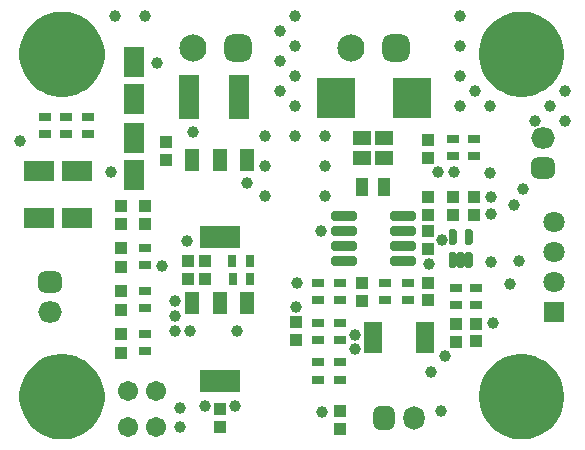
<source format=gts>
G04*
G04 #@! TF.GenerationSoftware,Altium Limited,Altium Designer,21.3.2 (30)*
G04*
G04 Layer_Color=8388736*
%FSTAX25Y25*%
%MOIN*%
G70*
G04*
G04 #@! TF.SameCoordinates,2120B266-B5FC-475A-9EAD-F7F6DF0CB4C0*
G04*
G04*
G04 #@! TF.FilePolarity,Negative*
G04*
G01*
G75*
%ADD35R,0.12611X0.13792*%
%ADD36C,0.06706*%
%ADD37R,0.13792X0.07296*%
%ADD38R,0.04540X0.07296*%
%ADD39R,0.03950X0.03950*%
%ADD40R,0.02965X0.04343*%
%ADD41R,0.06800X0.14800*%
%ADD42R,0.06902X0.10052*%
%ADD43R,0.04343X0.02965*%
%ADD44R,0.10052X0.06902*%
%ADD45R,0.03950X0.03950*%
G04:AMPARAMS|DCode=46|XSize=85.56mil|YSize=31.62mil|CornerRadius=6.95mil|HoleSize=0mil|Usage=FLASHONLY|Rotation=0.000|XOffset=0mil|YOffset=0mil|HoleType=Round|Shape=RoundedRectangle|*
%AMROUNDEDRECTD46*
21,1,0.08556,0.01772,0,0,0.0*
21,1,0.07165,0.03162,0,0,0.0*
1,1,0.01391,0.03583,-0.00886*
1,1,0.01391,-0.03583,-0.00886*
1,1,0.01391,-0.03583,0.00886*
1,1,0.01391,0.03583,0.00886*
%
%ADD46ROUNDEDRECTD46*%
%ADD47R,0.04343X0.05918*%
%ADD48R,0.05918X0.05131*%
G04:AMPARAMS|DCode=49|XSize=54.85mil|YSize=23.75mil|CornerRadius=5.97mil|HoleSize=0mil|Usage=FLASHONLY|Rotation=90.000|XOffset=0mil|YOffset=0mil|HoleType=Round|Shape=RoundedRectangle|*
%AMROUNDEDRECTD49*
21,1,0.05485,0.01181,0,0,90.0*
21,1,0.04291,0.02375,0,0,90.0*
1,1,0.01194,0.00591,0.02146*
1,1,0.01194,0.00591,-0.02146*
1,1,0.01194,-0.00591,-0.02146*
1,1,0.01194,-0.00591,0.02146*
%
%ADD49ROUNDEDRECTD49*%
%ADD50R,0.06312X0.02572*%
G04:AMPARAMS|DCode=51|XSize=90.68mil|YSize=90.68mil|CornerRadius=24.67mil|HoleSize=0mil|Usage=FLASHONLY|Rotation=180.000|XOffset=0mil|YOffset=0mil|HoleType=Round|Shape=RoundedRectangle|*
%AMROUNDEDRECTD51*
21,1,0.09068,0.04134,0,0,180.0*
21,1,0.04134,0.09068,0,0,180.0*
1,1,0.04934,-0.02067,0.02067*
1,1,0.04934,0.02067,0.02067*
1,1,0.04934,0.02067,-0.02067*
1,1,0.04934,-0.02067,-0.02067*
%
%ADD51ROUNDEDRECTD51*%
%ADD52C,0.09068*%
G04:AMPARAMS|DCode=53|XSize=78.87mil|YSize=70.99mil|CornerRadius=19.75mil|HoleSize=0mil|Usage=FLASHONLY|Rotation=0.000|XOffset=0mil|YOffset=0mil|HoleType=Round|Shape=RoundedRectangle|*
%AMROUNDEDRECTD53*
21,1,0.07887,0.03150,0,0,0.0*
21,1,0.03937,0.07099,0,0,0.0*
1,1,0.03950,0.01968,-0.01575*
1,1,0.03950,-0.01968,-0.01575*
1,1,0.03950,-0.01968,0.01575*
1,1,0.03950,0.01968,0.01575*
%
%ADD53ROUNDEDRECTD53*%
%ADD54O,0.07887X0.07099*%
%ADD55C,0.16548*%
%ADD56C,0.07099*%
%ADD57R,0.07099X0.07099*%
%ADD58O,0.07099X0.07887*%
G04:AMPARAMS|DCode=59|XSize=78.87mil|YSize=70.99mil|CornerRadius=19.75mil|HoleSize=0mil|Usage=FLASHONLY|Rotation=90.000|XOffset=0mil|YOffset=0mil|HoleType=Round|Shape=RoundedRectangle|*
%AMROUNDEDRECTD59*
21,1,0.07887,0.03150,0,0,90.0*
21,1,0.03937,0.07099,0,0,90.0*
1,1,0.03950,0.01575,0.01968*
1,1,0.03950,0.01575,-0.01968*
1,1,0.03950,-0.01575,-0.01968*
1,1,0.03950,-0.01575,0.01968*
%
%ADD59ROUNDEDRECTD59*%
%ADD60C,0.03950*%
%ADD61C,0.03398*%
G36*
X0241424Y0288042D02*
X0241424Y0287117D01*
X0241182Y0285284D01*
X0240704Y0283498D01*
X0239996Y0281789D01*
X0239071Y0280188D01*
X0237946Y0278721D01*
X0236638Y0277413D01*
X0235171Y0276287D01*
X0233569Y0275363D01*
X0231861Y0274655D01*
X0230075Y0274177D01*
X0228241Y0273935D01*
X0227317D01*
X0226383Y0273935D01*
X0224533Y0274178D01*
X022273Y0274661D01*
X0221006Y0275375D01*
X0219389Y0276308D01*
X0217908Y0277444D01*
X0216588Y0278764D01*
X0215452Y0280244D01*
X0214518Y028186D01*
X0213804Y0283584D01*
X0213321Y0285387D01*
X0213077Y0287238D01*
X0213077Y0288171D01*
X0213077Y0289099D01*
X0213319Y0290938D01*
X0213801Y029273D01*
X0214513Y0294443D01*
X0215443Y0296048D01*
X0216576Y0297518D01*
X0217891Y0298827D01*
X0219366Y0299952D01*
X0220975Y0300874D01*
X0222692Y0301578D01*
X0224486Y0302051D01*
X0226326Y0302286D01*
X0227254Y0302281D01*
X0228184Y0302277D01*
X0230028Y0302026D01*
X0231823Y0301537D01*
X023354Y0300818D01*
X0235148Y0299883D01*
X0236621Y0298745D01*
X0237934Y0297427D01*
X0239063Y0295948D01*
X0239991Y0294335D01*
X0240701Y0292615D01*
X0241181Y0290817D01*
X0241424Y0288972D01*
X0241424Y0288042D01*
D01*
D02*
G37*
G36*
Y0402207D02*
X0241424Y0401283D01*
X0241182Y0399449D01*
X0240704Y0397663D01*
X0239996Y0395955D01*
X0239071Y0394353D01*
X0237946Y0392886D01*
X0236638Y0391578D01*
X0235171Y0390453D01*
X0233569Y0389528D01*
X0231861Y038882D01*
X0230075Y0388342D01*
X0228241Y03881D01*
X0227317D01*
X0226383Y03881D01*
X0224533Y0388344D01*
X022273Y0388826D01*
X0221006Y038954D01*
X0219389Y0390473D01*
X0217908Y0391609D01*
X0216588Y0392929D01*
X0215452Y0394409D01*
X0214518Y0396026D01*
X0213804Y039775D01*
X0213321Y0399553D01*
X0213077Y0401403D01*
X0213077Y0402336D01*
X0213077Y0403264D01*
X0213319Y0405103D01*
X0213801Y0406895D01*
X0214513Y0408608D01*
X0215443Y0410213D01*
X0216576Y0411683D01*
X0217891Y0412992D01*
X0219366Y0414117D01*
X0220975Y041504D01*
X0222692Y0415744D01*
X0224486Y0416217D01*
X0226326Y0416451D01*
X0227254Y0416447D01*
X0228184Y0416442D01*
X0230028Y0416191D01*
X0231823Y0415702D01*
X023354Y0414984D01*
X0235148Y0414048D01*
X0236621Y0412911D01*
X0237934Y0411592D01*
X0239063Y0410113D01*
X0239991Y04085D01*
X0240701Y040678D01*
X0241181Y0404983D01*
X0241424Y0403138D01*
X0241424Y0402207D01*
D01*
D02*
G37*
G36*
X0394589Y0288042D02*
X0394589Y0287117D01*
X0394348Y0285284D01*
X0393869Y0283498D01*
X0393161Y0281789D01*
X0392237Y0280188D01*
X0391111Y0278721D01*
X0389803Y0277413D01*
X0388336Y0276287D01*
X0386735Y0275363D01*
X0385026Y0274655D01*
X038324Y0274177D01*
X0381407Y0273935D01*
X0380482D01*
X0379549Y0273935D01*
X0377698Y0274178D01*
X0375896Y0274661D01*
X0374171Y0275375D01*
X0372554Y0276308D01*
X0371074Y0277444D01*
X0369754Y0278764D01*
X0368617Y0280244D01*
X0367684Y028186D01*
X0366969Y0283584D01*
X0366486Y0285387D01*
X0366242Y0287238D01*
X0366242Y0288171D01*
X0366242Y0289099D01*
X0366485Y0290938D01*
X0366966Y029273D01*
X0367678Y0294443D01*
X0368608Y0296048D01*
X0369741Y0297518D01*
X0371056Y0298827D01*
X0372531Y0299952D01*
X0374141Y0300874D01*
X0375857Y0301578D01*
X0377651Y0302051D01*
X0379491Y0302286D01*
X0380419Y0302281D01*
X0381349Y0302277D01*
X0383193Y0302026D01*
X0384988Y0301537D01*
X0386705Y0300818D01*
X0388314Y0299883D01*
X0389787Y0298745D01*
X0391099Y0297427D01*
X0392229Y0295948D01*
X0393157Y0294335D01*
X0393867Y0292615D01*
X0394347Y0290817D01*
X0394589Y0288972D01*
X0394589Y0288042D01*
D01*
D02*
G37*
G36*
Y0402207D02*
X0394589Y0401283D01*
X0394348Y0399449D01*
X0393869Y0397663D01*
X0393161Y0395955D01*
X0392237Y0394353D01*
X0391111Y0392886D01*
X0389803Y0391578D01*
X0388336Y0390453D01*
X0386735Y0389528D01*
X0385026Y038882D01*
X038324Y0388342D01*
X0381407Y03881D01*
X0380482D01*
X0379549Y03881D01*
X0377698Y0388344D01*
X0375896Y0388826D01*
X0374171Y038954D01*
X0372554Y0390473D01*
X0371074Y0391609D01*
X0369754Y0392929D01*
X0368617Y0394409D01*
X0367684Y0396026D01*
X0366969Y039775D01*
X0366486Y0399553D01*
X0366242Y0401403D01*
X0366242Y0402336D01*
X0366242Y0403264D01*
X0366485Y0405103D01*
X0366966Y0406895D01*
X0367678Y0408608D01*
X0368608Y0410213D01*
X0369741Y0411683D01*
X0371056Y0412992D01*
X0372531Y0414117D01*
X0374141Y041504D01*
X0375857Y0415744D01*
X0377651Y0416217D01*
X0379491Y0416451D01*
X0380419Y0416447D01*
X0381349Y0416442D01*
X0383193Y0416191D01*
X0384988Y0415702D01*
X0386705Y0414984D01*
X0388314Y0414048D01*
X0389787Y0412911D01*
X0391099Y0411592D01*
X0392229Y0410113D01*
X0393157Y04085D01*
X0393867Y040678D01*
X0394347Y0404983D01*
X0394589Y0403138D01*
X0394589Y0402207D01*
D01*
D02*
G37*
D35*
X0343821Y0387652D02*
D03*
X0318624D02*
D03*
D36*
X02586Y02901D02*
D03*
Y0278D02*
D03*
X02491D02*
D03*
Y02901D02*
D03*
D37*
X02798Y0293413D02*
D03*
Y0341213D02*
D03*
D38*
X0270745Y03192D02*
D03*
X02798D02*
D03*
X0288855D02*
D03*
X0270745Y0367D02*
D03*
X02798D02*
D03*
X0288855D02*
D03*
D39*
X0275Y03273D02*
D03*
X0269094D02*
D03*
Y03334D02*
D03*
X0275D02*
D03*
D40*
X0289809Y0327272D02*
D03*
X02841D02*
D03*
X0284046Y0333428D02*
D03*
X0289754D02*
D03*
D41*
X0269659Y0388D02*
D03*
X02862D02*
D03*
D42*
X02513Y0399798D02*
D03*
Y03872D02*
D03*
X0251204Y0374486D02*
D03*
Y0361887D02*
D03*
D43*
X02358Y0381263D02*
D03*
Y0375554D02*
D03*
X0228672Y0381263D02*
D03*
Y0375554D02*
D03*
X02216Y0375576D02*
D03*
Y0381284D02*
D03*
X0255Y0337573D02*
D03*
Y0331864D02*
D03*
Y0323304D02*
D03*
Y0317595D02*
D03*
Y0308938D02*
D03*
Y030323D02*
D03*
X03576Y0368246D02*
D03*
Y0373954D02*
D03*
X03647Y03684D02*
D03*
Y0374109D02*
D03*
X03654Y031856D02*
D03*
Y0324269D02*
D03*
X03585Y0324248D02*
D03*
Y0318539D02*
D03*
X0312556Y0326022D02*
D03*
Y0320313D02*
D03*
X0320056Y0326022D02*
D03*
Y0320313D02*
D03*
Y0293846D02*
D03*
Y0299554D02*
D03*
X03125Y0299533D02*
D03*
Y0293824D02*
D03*
Y0312767D02*
D03*
Y0307058D02*
D03*
X032Y0312767D02*
D03*
Y0307058D02*
D03*
X0335Y0320292D02*
D03*
Y0326D02*
D03*
X0342556Y0326022D02*
D03*
Y0320313D02*
D03*
D44*
X0219614Y0363304D02*
D03*
X0232213D02*
D03*
X02321Y03476D02*
D03*
X0219502D02*
D03*
D45*
X02468Y0308938D02*
D03*
Y0302639D02*
D03*
Y0323304D02*
D03*
Y0317005D02*
D03*
Y0337573D02*
D03*
Y0331274D02*
D03*
Y03458D02*
D03*
Y0351706D02*
D03*
X0255028Y03458D02*
D03*
Y0351706D02*
D03*
X02798Y0278095D02*
D03*
Y0284D02*
D03*
X03493Y0373553D02*
D03*
Y0367647D02*
D03*
X03494Y0337494D02*
D03*
Y03434D02*
D03*
Y0354553D02*
D03*
Y0348647D02*
D03*
X0357628Y0354553D02*
D03*
Y0348647D02*
D03*
X0364672Y0354553D02*
D03*
Y0348647D02*
D03*
X03651Y0306547D02*
D03*
Y0312453D02*
D03*
X03585Y0312353D02*
D03*
Y0306447D02*
D03*
X03494Y03202D02*
D03*
Y0326105D02*
D03*
X0320028Y0277347D02*
D03*
Y0283253D02*
D03*
X03052Y0312879D02*
D03*
Y0306974D02*
D03*
X03271Y0325953D02*
D03*
Y0320047D02*
D03*
X02619Y0367D02*
D03*
Y0372905D02*
D03*
D46*
X0340824Y03485D02*
D03*
Y03435D02*
D03*
Y03385D02*
D03*
Y03335D02*
D03*
X0321376D02*
D03*
Y03385D02*
D03*
Y03435D02*
D03*
Y03485D02*
D03*
D47*
X033464Y03581D02*
D03*
X032716D02*
D03*
D48*
X033464Y0374247D02*
D03*
Y0367553D02*
D03*
X032716Y0374247D02*
D03*
Y0367553D02*
D03*
D49*
X0357628Y0341359D02*
D03*
X0362746D02*
D03*
Y03338D02*
D03*
X0360187D02*
D03*
X0357628D02*
D03*
D50*
X0331039Y0311639D02*
D03*
Y030908D02*
D03*
Y0306521D02*
D03*
Y0303961D02*
D03*
X0348361D02*
D03*
Y0306521D02*
D03*
Y030908D02*
D03*
Y0311639D02*
D03*
D51*
X02859Y0404414D02*
D03*
X03387D02*
D03*
D52*
X02709D02*
D03*
X03237D02*
D03*
D53*
X02233Y03265D02*
D03*
X03875Y03645D02*
D03*
D54*
X02233Y03165D02*
D03*
X03875Y03745D02*
D03*
D55*
X022725Y0288108D02*
D03*
X0380415D02*
D03*
X022725Y0402274D02*
D03*
X0380415D02*
D03*
D56*
X03912Y03262D02*
D03*
Y03362D02*
D03*
Y03462D02*
D03*
D57*
Y03162D02*
D03*
D58*
X03445Y02811D02*
D03*
D59*
X03345D02*
D03*
D60*
X03703Y03329D02*
D03*
X03052Y0318D02*
D03*
X03703Y03489D02*
D03*
Y03548D02*
D03*
X03Y039D02*
D03*
Y04D02*
D03*
Y041D02*
D03*
X0385Y038D02*
D03*
X039Y0385D02*
D03*
X0395Y038D02*
D03*
Y039D02*
D03*
X0365D02*
D03*
X0245Y0415D02*
D03*
X0255D02*
D03*
X0295Y0355D02*
D03*
X0315D02*
D03*
Y0365D02*
D03*
X0295D02*
D03*
Y0375D02*
D03*
X0315D02*
D03*
X0305D02*
D03*
Y0385D02*
D03*
Y0395D02*
D03*
Y0405D02*
D03*
Y0415D02*
D03*
X037Y0385D02*
D03*
X036D02*
D03*
Y0395D02*
D03*
Y0405D02*
D03*
Y0415D02*
D03*
X02665Y02844D02*
D03*
X02666Y02779D02*
D03*
X0314Y0283D02*
D03*
X0305489Y0326111D02*
D03*
X03549Y03017D02*
D03*
X03501Y02962D02*
D03*
X03708Y03126D02*
D03*
X03578Y03631D02*
D03*
X0377938Y03521D02*
D03*
X03808Y03575D02*
D03*
X03698Y03626D02*
D03*
X0325Y03039D02*
D03*
X03249Y03088D02*
D03*
X03137Y03433D02*
D03*
X03538Y03402D02*
D03*
X03496Y03325D02*
D03*
X02132Y03732D02*
D03*
X02436Y0363D02*
D03*
X0271Y03764D02*
D03*
X02588Y03994D02*
D03*
X02857Y031D02*
D03*
X0269Y03399D02*
D03*
X02889Y03595D02*
D03*
X03525Y03629D02*
D03*
X03537Y02835D02*
D03*
X03767Y03257D02*
D03*
X0285Y0285D02*
D03*
X0275D02*
D03*
X03797Y03333D02*
D03*
X02606Y03316D02*
D03*
X027Y031D02*
D03*
X0265D02*
D03*
Y0315D02*
D03*
Y032D02*
D03*
D61*
X0222919Y0277675D02*
D03*
X0237683Y0283778D02*
D03*
X0231581Y0298541D02*
D03*
X0216817Y0292439D02*
D03*
X0237683D02*
D03*
X0222919Y0298541D02*
D03*
X0216817Y0283778D02*
D03*
X0231581Y0277675D02*
D03*
X0384746D02*
D03*
X0369982Y0283778D02*
D03*
X0376085Y0298541D02*
D03*
X0390848Y0292439D02*
D03*
X0369982D02*
D03*
X0384746Y0298541D02*
D03*
X0390848Y0283778D02*
D03*
X0376085Y0277675D02*
D03*
X0231581Y0391841D02*
D03*
X0216817Y0397943D02*
D03*
X0222919Y0412707D02*
D03*
X0237683Y0406604D02*
D03*
X0216817D02*
D03*
X0231581Y0412707D02*
D03*
X0237683Y0397943D02*
D03*
X0222919Y0391841D02*
D03*
X0376085D02*
D03*
X0390848Y0397943D02*
D03*
X0384746Y0412707D02*
D03*
X0369982Y0406604D02*
D03*
X0390848D02*
D03*
X0376085Y0412707D02*
D03*
X0369982Y0397943D02*
D03*
X0384746Y0391841D02*
D03*
M02*

</source>
